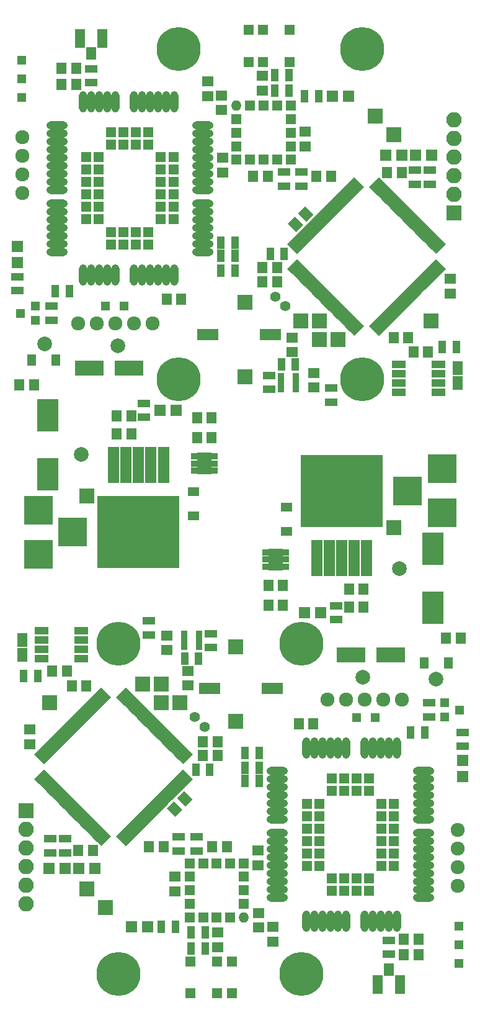
<source format=gbr>
G04 #@! TF.FileFunction,Soldermask,Top*
%FSLAX46Y46*%
G04 Gerber Fmt 4.6, Leading zero omitted, Abs format (unit mm)*
G04 Created by KiCad (PCBNEW 4.0.7-e2-6376~58~ubuntu16.04.1) date Mon Sep 25 15:39:33 2017*
%MOMM*%
%LPD*%
G01*
G04 APERTURE LIST*
%ADD10C,0.100000*%
%ADD11R,2.100000X2.100000*%
%ADD12R,1.030000X0.850000*%
%ADD13R,1.150000X1.700000*%
%ADD14R,1.700000X1.100000*%
%ADD15R,1.600000X1.600000*%
%ADD16R,1.400000X1.650000*%
%ADD17R,0.900000X0.750000*%
%ADD18R,1.250000X1.250000*%
%ADD19R,1.650000X1.400000*%
%ADD20C,2.000000*%
%ADD21R,1.100000X1.700000*%
%ADD22R,1.600000X1.300000*%
%ADD23R,1.300000X1.200000*%
%ADD24C,6.000000*%
%ADD25R,1.400000X1.400000*%
%ADD26O,1.150000X2.900000*%
%ADD27O,2.900000X1.150000*%
%ADD28R,1.500000X5.000000*%
%ADD29R,11.200000X9.800000*%
%ADD30C,1.400000*%
%ADD31O,1.400000X1.400000*%
%ADD32R,1.950000X1.000000*%
%ADD33C,1.924000*%
%ADD34R,2.840000X1.520000*%
%ADD35R,1.400000X1.924000*%
%ADD36R,1.400000X2.600000*%
%ADD37R,1.400000X1.800000*%
%ADD38R,3.900000X3.900000*%
%ADD39O,2.100000X2.100000*%
%ADD40R,1.300000X1.600000*%
%ADD41R,3.900000X2.000000*%
%ADD42R,2.900000X4.400000*%
G04 APERTURE END LIST*
D10*
D11*
X118110000Y-110744000D03*
X83820000Y-132080000D03*
X86360000Y-132080000D03*
X86360000Y-134620000D03*
X88900000Y-134620000D03*
D10*
G36*
X90065337Y-141049548D02*
X90701733Y-141685944D01*
X89358231Y-143029446D01*
X88721835Y-142393050D01*
X90065337Y-141049548D01*
X90065337Y-141049548D01*
G37*
G36*
X89499652Y-140483863D02*
X90136048Y-141120259D01*
X88792546Y-142463761D01*
X88156150Y-141827365D01*
X89499652Y-140483863D01*
X89499652Y-140483863D01*
G37*
G36*
X88933966Y-139918177D02*
X89570362Y-140554573D01*
X88226860Y-141898075D01*
X87590464Y-141261679D01*
X88933966Y-139918177D01*
X88933966Y-139918177D01*
G37*
G36*
X88368281Y-139352492D02*
X89004677Y-139988888D01*
X87661175Y-141332390D01*
X87024779Y-140695994D01*
X88368281Y-139352492D01*
X88368281Y-139352492D01*
G37*
G36*
X87802596Y-138786806D02*
X88438992Y-139423202D01*
X87095490Y-140766704D01*
X86459094Y-140130308D01*
X87802596Y-138786806D01*
X87802596Y-138786806D01*
G37*
G36*
X87236910Y-138221121D02*
X87873306Y-138857517D01*
X86529804Y-140201019D01*
X85893408Y-139564623D01*
X87236910Y-138221121D01*
X87236910Y-138221121D01*
G37*
G36*
X86671225Y-137655436D02*
X87307621Y-138291832D01*
X85964119Y-139635334D01*
X85327723Y-138998938D01*
X86671225Y-137655436D01*
X86671225Y-137655436D01*
G37*
G36*
X86105539Y-137089750D02*
X86741935Y-137726146D01*
X85398433Y-139069648D01*
X84762037Y-138433252D01*
X86105539Y-137089750D01*
X86105539Y-137089750D01*
G37*
G36*
X85539854Y-136524065D02*
X86176250Y-137160461D01*
X84832748Y-138503963D01*
X84196352Y-137867567D01*
X85539854Y-136524065D01*
X85539854Y-136524065D01*
G37*
G36*
X84974168Y-135958379D02*
X85610564Y-136594775D01*
X84267062Y-137938277D01*
X83630666Y-137301881D01*
X84974168Y-135958379D01*
X84974168Y-135958379D01*
G37*
G36*
X84408483Y-135392694D02*
X85044879Y-136029090D01*
X83701377Y-137372592D01*
X83064981Y-136736196D01*
X84408483Y-135392694D01*
X84408483Y-135392694D01*
G37*
G36*
X83842798Y-134827008D02*
X84479194Y-135463404D01*
X83135692Y-136806906D01*
X82499296Y-136170510D01*
X83842798Y-134827008D01*
X83842798Y-134827008D01*
G37*
G36*
X83277112Y-134261323D02*
X83913508Y-134897719D01*
X82570006Y-136241221D01*
X81933610Y-135604825D01*
X83277112Y-134261323D01*
X83277112Y-134261323D01*
G37*
G36*
X82711427Y-133695638D02*
X83347823Y-134332034D01*
X82004321Y-135675536D01*
X81367925Y-135039140D01*
X82711427Y-133695638D01*
X82711427Y-133695638D01*
G37*
G36*
X82145741Y-133129952D02*
X82782137Y-133766348D01*
X81438635Y-135109850D01*
X80802239Y-134473454D01*
X82145741Y-133129952D01*
X82145741Y-133129952D01*
G37*
G36*
X81580056Y-132564267D02*
X82216452Y-133200663D01*
X80872950Y-134544165D01*
X80236554Y-133907769D01*
X81580056Y-132564267D01*
X81580056Y-132564267D01*
G37*
G36*
X77549548Y-133200663D02*
X78185944Y-132564267D01*
X79529446Y-133907769D01*
X78893050Y-134544165D01*
X77549548Y-133200663D01*
X77549548Y-133200663D01*
G37*
G36*
X76983863Y-133766348D02*
X77620259Y-133129952D01*
X78963761Y-134473454D01*
X78327365Y-135109850D01*
X76983863Y-133766348D01*
X76983863Y-133766348D01*
G37*
G36*
X76418177Y-134332034D02*
X77054573Y-133695638D01*
X78398075Y-135039140D01*
X77761679Y-135675536D01*
X76418177Y-134332034D01*
X76418177Y-134332034D01*
G37*
G36*
X75852492Y-134897719D02*
X76488888Y-134261323D01*
X77832390Y-135604825D01*
X77195994Y-136241221D01*
X75852492Y-134897719D01*
X75852492Y-134897719D01*
G37*
G36*
X75286806Y-135463404D02*
X75923202Y-134827008D01*
X77266704Y-136170510D01*
X76630308Y-136806906D01*
X75286806Y-135463404D01*
X75286806Y-135463404D01*
G37*
G36*
X74721121Y-136029090D02*
X75357517Y-135392694D01*
X76701019Y-136736196D01*
X76064623Y-137372592D01*
X74721121Y-136029090D01*
X74721121Y-136029090D01*
G37*
G36*
X74155436Y-136594775D02*
X74791832Y-135958379D01*
X76135334Y-137301881D01*
X75498938Y-137938277D01*
X74155436Y-136594775D01*
X74155436Y-136594775D01*
G37*
G36*
X73589750Y-137160461D02*
X74226146Y-136524065D01*
X75569648Y-137867567D01*
X74933252Y-138503963D01*
X73589750Y-137160461D01*
X73589750Y-137160461D01*
G37*
G36*
X73024065Y-137726146D02*
X73660461Y-137089750D01*
X75003963Y-138433252D01*
X74367567Y-139069648D01*
X73024065Y-137726146D01*
X73024065Y-137726146D01*
G37*
G36*
X72458379Y-138291832D02*
X73094775Y-137655436D01*
X74438277Y-138998938D01*
X73801881Y-139635334D01*
X72458379Y-138291832D01*
X72458379Y-138291832D01*
G37*
G36*
X71892694Y-138857517D02*
X72529090Y-138221121D01*
X73872592Y-139564623D01*
X73236196Y-140201019D01*
X71892694Y-138857517D01*
X71892694Y-138857517D01*
G37*
G36*
X71327008Y-139423202D02*
X71963404Y-138786806D01*
X73306906Y-140130308D01*
X72670510Y-140766704D01*
X71327008Y-139423202D01*
X71327008Y-139423202D01*
G37*
G36*
X70761323Y-139988888D02*
X71397719Y-139352492D01*
X72741221Y-140695994D01*
X72104825Y-141332390D01*
X70761323Y-139988888D01*
X70761323Y-139988888D01*
G37*
G36*
X70195638Y-140554573D02*
X70832034Y-139918177D01*
X72175536Y-141261679D01*
X71539140Y-141898075D01*
X70195638Y-140554573D01*
X70195638Y-140554573D01*
G37*
G36*
X69629952Y-141120259D02*
X70266348Y-140483863D01*
X71609850Y-141827365D01*
X70973454Y-142463761D01*
X69629952Y-141120259D01*
X69629952Y-141120259D01*
G37*
G36*
X69064267Y-141685944D02*
X69700663Y-141049548D01*
X71044165Y-142393050D01*
X70407769Y-143029446D01*
X69064267Y-141685944D01*
X69064267Y-141685944D01*
G37*
G36*
X70407769Y-143736554D02*
X71044165Y-144372950D01*
X69700663Y-145716452D01*
X69064267Y-145080056D01*
X70407769Y-143736554D01*
X70407769Y-143736554D01*
G37*
G36*
X70973454Y-144302239D02*
X71609850Y-144938635D01*
X70266348Y-146282137D01*
X69629952Y-145645741D01*
X70973454Y-144302239D01*
X70973454Y-144302239D01*
G37*
G36*
X71539140Y-144867925D02*
X72175536Y-145504321D01*
X70832034Y-146847823D01*
X70195638Y-146211427D01*
X71539140Y-144867925D01*
X71539140Y-144867925D01*
G37*
G36*
X72104825Y-145433610D02*
X72741221Y-146070006D01*
X71397719Y-147413508D01*
X70761323Y-146777112D01*
X72104825Y-145433610D01*
X72104825Y-145433610D01*
G37*
G36*
X72670510Y-145999296D02*
X73306906Y-146635692D01*
X71963404Y-147979194D01*
X71327008Y-147342798D01*
X72670510Y-145999296D01*
X72670510Y-145999296D01*
G37*
G36*
X73236196Y-146564981D02*
X73872592Y-147201377D01*
X72529090Y-148544879D01*
X71892694Y-147908483D01*
X73236196Y-146564981D01*
X73236196Y-146564981D01*
G37*
G36*
X73801881Y-147130666D02*
X74438277Y-147767062D01*
X73094775Y-149110564D01*
X72458379Y-148474168D01*
X73801881Y-147130666D01*
X73801881Y-147130666D01*
G37*
G36*
X74367567Y-147696352D02*
X75003963Y-148332748D01*
X73660461Y-149676250D01*
X73024065Y-149039854D01*
X74367567Y-147696352D01*
X74367567Y-147696352D01*
G37*
G36*
X74933252Y-148262037D02*
X75569648Y-148898433D01*
X74226146Y-150241935D01*
X73589750Y-149605539D01*
X74933252Y-148262037D01*
X74933252Y-148262037D01*
G37*
G36*
X75498938Y-148827723D02*
X76135334Y-149464119D01*
X74791832Y-150807621D01*
X74155436Y-150171225D01*
X75498938Y-148827723D01*
X75498938Y-148827723D01*
G37*
G36*
X76064623Y-149393408D02*
X76701019Y-150029804D01*
X75357517Y-151373306D01*
X74721121Y-150736910D01*
X76064623Y-149393408D01*
X76064623Y-149393408D01*
G37*
G36*
X76630308Y-149959094D02*
X77266704Y-150595490D01*
X75923202Y-151938992D01*
X75286806Y-151302596D01*
X76630308Y-149959094D01*
X76630308Y-149959094D01*
G37*
G36*
X77195994Y-150524779D02*
X77832390Y-151161175D01*
X76488888Y-152504677D01*
X75852492Y-151868281D01*
X77195994Y-150524779D01*
X77195994Y-150524779D01*
G37*
G36*
X77761679Y-151090464D02*
X78398075Y-151726860D01*
X77054573Y-153070362D01*
X76418177Y-152433966D01*
X77761679Y-151090464D01*
X77761679Y-151090464D01*
G37*
G36*
X78327365Y-151656150D02*
X78963761Y-152292546D01*
X77620259Y-153636048D01*
X76983863Y-152999652D01*
X78327365Y-151656150D01*
X78327365Y-151656150D01*
G37*
G36*
X78893050Y-152221835D02*
X79529446Y-152858231D01*
X78185944Y-154201733D01*
X77549548Y-153565337D01*
X78893050Y-152221835D01*
X78893050Y-152221835D01*
G37*
G36*
X80236554Y-152858231D02*
X80872950Y-152221835D01*
X82216452Y-153565337D01*
X81580056Y-154201733D01*
X80236554Y-152858231D01*
X80236554Y-152858231D01*
G37*
G36*
X80802239Y-152292546D02*
X81438635Y-151656150D01*
X82782137Y-152999652D01*
X82145741Y-153636048D01*
X80802239Y-152292546D01*
X80802239Y-152292546D01*
G37*
G36*
X81367925Y-151726860D02*
X82004321Y-151090464D01*
X83347823Y-152433966D01*
X82711427Y-153070362D01*
X81367925Y-151726860D01*
X81367925Y-151726860D01*
G37*
G36*
X81933610Y-151161175D02*
X82570006Y-150524779D01*
X83913508Y-151868281D01*
X83277112Y-152504677D01*
X81933610Y-151161175D01*
X81933610Y-151161175D01*
G37*
G36*
X82499296Y-150595490D02*
X83135692Y-149959094D01*
X84479194Y-151302596D01*
X83842798Y-151938992D01*
X82499296Y-150595490D01*
X82499296Y-150595490D01*
G37*
G36*
X83064981Y-150029804D02*
X83701377Y-149393408D01*
X85044879Y-150736910D01*
X84408483Y-151373306D01*
X83064981Y-150029804D01*
X83064981Y-150029804D01*
G37*
G36*
X83630666Y-149464119D02*
X84267062Y-148827723D01*
X85610564Y-150171225D01*
X84974168Y-150807621D01*
X83630666Y-149464119D01*
X83630666Y-149464119D01*
G37*
G36*
X84196352Y-148898433D02*
X84832748Y-148262037D01*
X86176250Y-149605539D01*
X85539854Y-150241935D01*
X84196352Y-148898433D01*
X84196352Y-148898433D01*
G37*
G36*
X84762037Y-148332748D02*
X85398433Y-147696352D01*
X86741935Y-149039854D01*
X86105539Y-149676250D01*
X84762037Y-148332748D01*
X84762037Y-148332748D01*
G37*
G36*
X85327723Y-147767062D02*
X85964119Y-147130666D01*
X87307621Y-148474168D01*
X86671225Y-149110564D01*
X85327723Y-147767062D01*
X85327723Y-147767062D01*
G37*
G36*
X85893408Y-147201377D02*
X86529804Y-146564981D01*
X87873306Y-147908483D01*
X87236910Y-148544879D01*
X85893408Y-147201377D01*
X85893408Y-147201377D01*
G37*
G36*
X86459094Y-146635692D02*
X87095490Y-145999296D01*
X88438992Y-147342798D01*
X87802596Y-147979194D01*
X86459094Y-146635692D01*
X86459094Y-146635692D01*
G37*
G36*
X87024779Y-146070006D02*
X87661175Y-145433610D01*
X89004677Y-146777112D01*
X88368281Y-147413508D01*
X87024779Y-146070006D01*
X87024779Y-146070006D01*
G37*
G36*
X87590464Y-145504321D02*
X88226860Y-144867925D01*
X89570362Y-146211427D01*
X88933966Y-146847823D01*
X87590464Y-145504321D01*
X87590464Y-145504321D01*
G37*
G36*
X88156150Y-144938635D02*
X88792546Y-144302239D01*
X90136048Y-145645741D01*
X89499652Y-146282137D01*
X88156150Y-144938635D01*
X88156150Y-144938635D01*
G37*
G36*
X88721835Y-144372950D02*
X89358231Y-143736554D01*
X90701733Y-145080056D01*
X90065337Y-145716452D01*
X88721835Y-144372950D01*
X88721835Y-144372950D01*
G37*
D12*
X103360000Y-116090000D03*
X103360000Y-115140000D03*
X103360000Y-114190000D03*
X100680000Y-114190000D03*
X100680000Y-115140000D03*
X100680000Y-116090000D03*
D13*
X101645000Y-114490000D03*
X101645000Y-115790000D03*
X102395000Y-114490000D03*
X102395000Y-115790000D03*
D14*
X71247000Y-155128000D03*
X71247000Y-153228000D03*
X73279000Y-155128000D03*
X73279000Y-153228000D03*
D15*
X71036000Y-157226000D03*
X73236000Y-157226000D03*
X75100000Y-157226000D03*
X77300000Y-157226000D03*
D16*
X73491600Y-130378200D03*
X71491600Y-130378200D03*
D17*
X89539000Y-127127000D03*
X89539000Y-126477000D03*
X89539000Y-125827000D03*
X89539000Y-125177000D03*
X91589000Y-125177000D03*
X91589000Y-125827000D03*
X91589000Y-126477000D03*
X91589000Y-127127000D03*
D18*
X127000000Y-165100000D03*
D19*
X90043000Y-130318000D03*
X90043000Y-132318000D03*
D20*
X113872000Y-131158000D03*
X123872000Y-131408000D03*
X118872000Y-116408000D03*
D21*
X93025000Y-143764000D03*
X91125000Y-143764000D03*
D16*
X92091000Y-141859000D03*
X94091000Y-141859000D03*
X92091000Y-139954000D03*
X94091000Y-139954000D03*
D11*
X96520000Y-137160000D03*
X76200000Y-160020000D03*
X71120000Y-134620000D03*
X78740000Y-162560000D03*
X96520000Y-127000000D03*
D14*
X122936000Y-136586000D03*
X122936000Y-134686000D03*
D21*
X97856000Y-143510000D03*
X99756000Y-143510000D03*
X97856000Y-141478000D03*
X99756000Y-141478000D03*
X97856000Y-145288000D03*
X99756000Y-145288000D03*
D22*
X103520000Y-111290000D03*
X103520000Y-107990000D03*
D19*
X88265000Y-158385000D03*
X88265000Y-160385000D03*
X99695000Y-163338000D03*
X99695000Y-165338000D03*
X101600000Y-165243000D03*
X101600000Y-167243000D03*
D16*
X75073000Y-154813000D03*
X77073000Y-154813000D03*
D19*
X68453000Y-140319000D03*
X68453000Y-138319000D03*
D16*
X74184000Y-132334000D03*
X76184000Y-132334000D03*
D10*
G36*
X88281281Y-150248445D02*
X87114555Y-149081719D01*
X88104505Y-148091769D01*
X89271231Y-149258495D01*
X88281281Y-150248445D01*
X88281281Y-150248445D01*
G37*
G36*
X89695495Y-148834231D02*
X88528769Y-147667505D01*
X89518719Y-146677555D01*
X90685445Y-147844281D01*
X89695495Y-148834231D01*
X89695495Y-148834231D01*
G37*
D23*
X125111000Y-134686000D03*
X125111000Y-136586000D03*
X127111000Y-135636000D03*
D21*
X120462000Y-138684000D03*
X122362000Y-138684000D03*
D24*
X105520000Y-126640000D03*
X80520000Y-171640000D03*
X105520000Y-171640000D03*
X80520000Y-126640000D03*
D25*
X113064000Y-145023000D03*
X114764000Y-145023000D03*
X114764000Y-146723000D03*
X113064000Y-146723000D03*
X113064000Y-160323000D03*
X113064000Y-158623000D03*
X114764000Y-160323000D03*
X114764000Y-158623000D03*
X118164000Y-148423000D03*
X116464000Y-148423000D03*
X118164000Y-150123000D03*
X116464000Y-150123000D03*
X118164000Y-151823000D03*
X116464000Y-151823000D03*
X118164000Y-153523000D03*
X116464000Y-153523000D03*
X118164000Y-155223000D03*
X116464000Y-155223000D03*
X118164000Y-156923000D03*
D26*
X106164000Y-140873000D03*
X107264000Y-140873000D03*
X108364000Y-140873000D03*
X109464000Y-140873000D03*
X110564000Y-140873000D03*
X111664000Y-140873000D03*
X114164000Y-140873000D03*
X115264000Y-140873000D03*
X116364000Y-140873000D03*
X117464000Y-140873000D03*
X118564000Y-140873000D03*
D27*
X102264000Y-143973000D03*
X102264000Y-145073000D03*
X102264000Y-146173000D03*
X102264000Y-147273000D03*
X102264000Y-148373000D03*
X102264000Y-149473000D03*
X102264000Y-150573000D03*
X102264000Y-152473000D03*
X102264000Y-153573000D03*
X102264000Y-154673000D03*
X102264000Y-155773000D03*
X102264000Y-156873000D03*
X102264000Y-157973000D03*
X102264000Y-159073000D03*
X102264000Y-160173000D03*
X102264000Y-161273000D03*
D26*
X118564000Y-164473000D03*
X117464000Y-164473000D03*
X116364000Y-164473000D03*
X115264000Y-164473000D03*
X114164000Y-164473000D03*
X111664000Y-164473000D03*
X110564000Y-164473000D03*
X109464000Y-164473000D03*
X108364000Y-164473000D03*
X107264000Y-164473000D03*
X106164000Y-164473000D03*
D27*
X122164000Y-161273000D03*
X122164000Y-160173000D03*
X122164000Y-159073000D03*
X122164000Y-157973000D03*
X122164000Y-156873000D03*
X122164000Y-155773000D03*
X122164000Y-154673000D03*
X122164000Y-153573000D03*
X122164000Y-152473000D03*
X122164000Y-150573000D03*
X122164000Y-149473000D03*
X122164000Y-148373000D03*
X122164000Y-147273000D03*
X122164000Y-146173000D03*
X122164000Y-145073000D03*
X122164000Y-143973000D03*
D25*
X107964000Y-156923000D03*
X106264000Y-156923000D03*
X107964000Y-155223000D03*
X106264000Y-155223000D03*
X107964000Y-153523000D03*
X106264000Y-153523000D03*
X107964000Y-151823000D03*
X106264000Y-151823000D03*
X107964000Y-150123000D03*
X106264000Y-150123000D03*
X107964000Y-148423000D03*
X106264000Y-148423000D03*
X109664000Y-158623000D03*
X109664000Y-160323000D03*
X111364000Y-158623000D03*
X111364000Y-160323000D03*
X111364000Y-146723000D03*
X109664000Y-146723000D03*
X109664000Y-145023000D03*
X111364000Y-145023000D03*
X116464000Y-156923000D03*
D15*
X127520000Y-144740000D03*
X127520000Y-142540000D03*
D14*
X117475000Y-168971000D03*
X117475000Y-167071000D03*
X127520000Y-138690000D03*
X127520000Y-140590000D03*
D28*
X107620000Y-114915000D03*
X109320000Y-114915000D03*
X111020000Y-114915000D03*
X112720000Y-114915000D03*
X114420000Y-114915000D03*
D29*
X111020000Y-105765000D03*
D30*
X92329000Y-137922000D03*
X90985497Y-136578497D03*
D25*
X96012000Y-169926000D03*
X94012000Y-169926000D03*
X90412000Y-169926000D03*
X90412000Y-174326000D03*
X94012000Y-174326000D03*
X96012000Y-174326000D03*
D31*
X97663000Y-163957000D03*
D25*
X95813000Y-163957000D03*
X93963000Y-163957000D03*
X90263000Y-163957000D03*
X92113000Y-163957000D03*
X90263000Y-162107000D03*
X90263000Y-160257000D03*
X90263000Y-158407000D03*
X90263000Y-156557000D03*
X92113000Y-156557000D03*
X93963000Y-156557000D03*
X95813000Y-156557000D03*
X97663000Y-156557000D03*
X97663000Y-158407000D03*
X97663000Y-160257000D03*
X97663000Y-162107000D03*
D32*
X75471000Y-128651000D03*
X75471000Y-127381000D03*
X75471000Y-126111000D03*
X75471000Y-124841000D03*
X70071000Y-124841000D03*
X70071000Y-126111000D03*
X70071000Y-127381000D03*
X70071000Y-128651000D03*
D33*
X126860300Y-159651700D03*
X126860300Y-157111700D03*
X126860300Y-154571700D03*
X126860300Y-152031700D03*
X119240300Y-134251700D03*
X116700300Y-134251700D03*
X114160300Y-134251700D03*
X111620300Y-134251700D03*
X109080300Y-134251700D03*
D34*
X101587000Y-132715000D03*
X92977000Y-132715000D03*
D35*
X67437000Y-126111000D03*
X67437000Y-128143000D03*
D21*
X89613700Y-128625600D03*
X91513700Y-128625600D03*
D14*
X84709000Y-123510000D03*
X84709000Y-125410000D03*
X93192600Y-125249900D03*
X93192600Y-127149900D03*
X110270000Y-121440000D03*
X110270000Y-123340000D03*
D21*
X67630000Y-131038600D03*
X69530000Y-131038600D03*
X88326000Y-165227000D03*
X86426000Y-165227000D03*
D36*
X118975000Y-173101000D03*
D37*
X117475000Y-171101000D03*
D36*
X115975000Y-173101000D03*
D21*
X90490000Y-165989000D03*
X92390000Y-165989000D03*
X90490000Y-168148000D03*
X92390000Y-168148000D03*
D14*
X88773000Y-154874000D03*
X88773000Y-152974000D03*
X91186000Y-154874000D03*
X91186000Y-152974000D03*
D38*
X124720000Y-108780000D03*
X124720000Y-102780000D03*
X120020000Y-105780000D03*
D11*
X67945000Y-149352000D03*
D39*
X67945000Y-151892000D03*
X67945000Y-154432000D03*
X67945000Y-156972000D03*
X67945000Y-159512000D03*
X67945000Y-162052000D03*
D18*
X113030000Y-136652000D03*
X115570000Y-136652000D03*
X127000000Y-167640000D03*
X127000000Y-170180000D03*
D15*
X108120000Y-122390000D03*
X105920000Y-122390000D03*
X84539000Y-165227000D03*
X82339000Y-165227000D03*
D40*
X122320000Y-129240000D03*
X125620000Y-129240000D03*
D19*
X94107000Y-168005000D03*
X94107000Y-166005000D03*
D16*
X114020000Y-119140000D03*
X112020000Y-119140000D03*
X114020000Y-121640000D03*
X112020000Y-121640000D03*
X101020000Y-118640000D03*
X103020000Y-118640000D03*
X101020000Y-121390000D03*
X103020000Y-121390000D03*
D19*
X87122000Y-125492000D03*
X87122000Y-127492000D03*
D41*
X112320000Y-128140000D03*
X117720000Y-128140000D03*
D16*
X86725000Y-154305000D03*
X84725000Y-154305000D03*
X93361000Y-154305000D03*
X95361000Y-154305000D03*
X127270000Y-125890000D03*
X125270000Y-125890000D03*
D19*
X99568000Y-156829000D03*
X99568000Y-154829000D03*
D16*
X121523000Y-169037000D03*
X119523000Y-169037000D03*
X121523000Y-166878000D03*
X119523000Y-166878000D03*
X107172000Y-137541000D03*
X105172000Y-137541000D03*
D42*
X123450000Y-113670000D03*
X123450000Y-121670000D03*
X70860000Y-103500000D03*
X70860000Y-95500000D03*
D16*
X87138000Y-79629000D03*
X89138000Y-79629000D03*
X72787000Y-50292000D03*
X74787000Y-50292000D03*
X72787000Y-48133000D03*
X74787000Y-48133000D03*
D19*
X94742000Y-60341000D03*
X94742000Y-62341000D03*
D16*
X67040000Y-91280000D03*
X69040000Y-91280000D03*
X100949000Y-62865000D03*
X98949000Y-62865000D03*
X107585000Y-62865000D03*
X109585000Y-62865000D03*
D41*
X81990000Y-89030000D03*
X76590000Y-89030000D03*
D19*
X107188000Y-91678000D03*
X107188000Y-89678000D03*
D16*
X93290000Y-95780000D03*
X91290000Y-95780000D03*
X93290000Y-98530000D03*
X91290000Y-98530000D03*
X80290000Y-95530000D03*
X82290000Y-95530000D03*
X80290000Y-98030000D03*
X82290000Y-98030000D03*
D19*
X100203000Y-49165000D03*
X100203000Y-51165000D03*
D40*
X71990000Y-87930000D03*
X68690000Y-87930000D03*
D15*
X109771000Y-51943000D03*
X111971000Y-51943000D03*
X86190000Y-94780000D03*
X88390000Y-94780000D03*
D18*
X67310000Y-46990000D03*
X67310000Y-49530000D03*
X78740000Y-80518000D03*
X81280000Y-80518000D03*
D11*
X126365000Y-67818000D03*
D39*
X126365000Y-65278000D03*
X126365000Y-62738000D03*
X126365000Y-60198000D03*
X126365000Y-57658000D03*
X126365000Y-55118000D03*
D38*
X69590000Y-108390000D03*
X69590000Y-114390000D03*
X74290000Y-111390000D03*
D14*
X103124000Y-62296000D03*
X103124000Y-64196000D03*
X105537000Y-62296000D03*
X105537000Y-64196000D03*
D21*
X103820000Y-49022000D03*
X101920000Y-49022000D03*
X103820000Y-51181000D03*
X101920000Y-51181000D03*
D36*
X75335000Y-44069000D03*
D37*
X76835000Y-46069000D03*
D36*
X78335000Y-44069000D03*
D21*
X105984000Y-51943000D03*
X107884000Y-51943000D03*
X126680000Y-86131400D03*
X124780000Y-86131400D03*
D14*
X84040000Y-95730000D03*
X84040000Y-93830000D03*
X101117400Y-91920100D03*
X101117400Y-90020100D03*
X109601000Y-93660000D03*
X109601000Y-91760000D03*
D21*
X104696300Y-88544400D03*
X102796300Y-88544400D03*
D35*
X126873000Y-91059000D03*
X126873000Y-89027000D03*
D34*
X92723000Y-84455000D03*
X101333000Y-84455000D03*
D33*
X67449700Y-57518300D03*
X67449700Y-60058300D03*
X67449700Y-62598300D03*
X67449700Y-65138300D03*
X75069700Y-82918300D03*
X77609700Y-82918300D03*
X80149700Y-82918300D03*
X82689700Y-82918300D03*
X85229700Y-82918300D03*
D32*
X118839000Y-88519000D03*
X118839000Y-89789000D03*
X118839000Y-91059000D03*
X118839000Y-92329000D03*
X124239000Y-92329000D03*
X124239000Y-91059000D03*
X124239000Y-89789000D03*
X124239000Y-88519000D03*
D31*
X96647000Y-53213000D03*
D25*
X98497000Y-53213000D03*
X100347000Y-53213000D03*
X104047000Y-53213000D03*
X102197000Y-53213000D03*
X104047000Y-55063000D03*
X104047000Y-56913000D03*
X104047000Y-58763000D03*
X104047000Y-60613000D03*
X102197000Y-60613000D03*
X100347000Y-60613000D03*
X98497000Y-60613000D03*
X96647000Y-60613000D03*
X96647000Y-58763000D03*
X96647000Y-56913000D03*
X96647000Y-55063000D03*
X98298000Y-47244000D03*
X100298000Y-47244000D03*
X103898000Y-47244000D03*
X103898000Y-42844000D03*
X100298000Y-42844000D03*
X98298000Y-42844000D03*
D30*
X101981000Y-79248000D03*
X103324503Y-80591503D03*
D28*
X86690000Y-102255000D03*
X84990000Y-102255000D03*
X83290000Y-102255000D03*
X81590000Y-102255000D03*
X79890000Y-102255000D03*
D29*
X83290000Y-111405000D03*
D14*
X66790000Y-78480000D03*
X66790000Y-76580000D03*
X76835000Y-48199000D03*
X76835000Y-50099000D03*
D15*
X66790000Y-72430000D03*
X66790000Y-74630000D03*
D25*
X81246000Y-72147000D03*
X79546000Y-72147000D03*
X79546000Y-70447000D03*
X81246000Y-70447000D03*
X81246000Y-56847000D03*
X81246000Y-58547000D03*
X79546000Y-56847000D03*
X79546000Y-58547000D03*
X76146000Y-68747000D03*
X77846000Y-68747000D03*
X76146000Y-67047000D03*
X77846000Y-67047000D03*
X76146000Y-65347000D03*
X77846000Y-65347000D03*
X76146000Y-63647000D03*
X77846000Y-63647000D03*
X76146000Y-61947000D03*
X77846000Y-61947000D03*
X76146000Y-60247000D03*
D26*
X88146000Y-76297000D03*
X87046000Y-76297000D03*
X85946000Y-76297000D03*
X84846000Y-76297000D03*
X83746000Y-76297000D03*
X82646000Y-76297000D03*
X80146000Y-76297000D03*
X79046000Y-76297000D03*
X77946000Y-76297000D03*
X76846000Y-76297000D03*
X75746000Y-76297000D03*
D27*
X92046000Y-73197000D03*
X92046000Y-72097000D03*
X92046000Y-70997000D03*
X92046000Y-69897000D03*
X92046000Y-68797000D03*
X92046000Y-67697000D03*
X92046000Y-66597000D03*
X92046000Y-64697000D03*
X92046000Y-63597000D03*
X92046000Y-62497000D03*
X92046000Y-61397000D03*
X92046000Y-60297000D03*
X92046000Y-59197000D03*
X92046000Y-58097000D03*
X92046000Y-56997000D03*
X92046000Y-55897000D03*
D26*
X75746000Y-52697000D03*
X76846000Y-52697000D03*
X77946000Y-52697000D03*
X79046000Y-52697000D03*
X80146000Y-52697000D03*
X82646000Y-52697000D03*
X83746000Y-52697000D03*
X84846000Y-52697000D03*
X85946000Y-52697000D03*
X87046000Y-52697000D03*
X88146000Y-52697000D03*
D27*
X72146000Y-55897000D03*
X72146000Y-56997000D03*
X72146000Y-58097000D03*
X72146000Y-59197000D03*
X72146000Y-60297000D03*
X72146000Y-61397000D03*
X72146000Y-62497000D03*
X72146000Y-63597000D03*
X72146000Y-64697000D03*
X72146000Y-66597000D03*
X72146000Y-67697000D03*
X72146000Y-68797000D03*
X72146000Y-69897000D03*
X72146000Y-70997000D03*
X72146000Y-72097000D03*
X72146000Y-73197000D03*
D25*
X86346000Y-60247000D03*
X88046000Y-60247000D03*
X86346000Y-61947000D03*
X88046000Y-61947000D03*
X86346000Y-63647000D03*
X88046000Y-63647000D03*
X86346000Y-65347000D03*
X88046000Y-65347000D03*
X86346000Y-67047000D03*
X88046000Y-67047000D03*
X86346000Y-68747000D03*
X88046000Y-68747000D03*
X84646000Y-58547000D03*
X84646000Y-56847000D03*
X82946000Y-58547000D03*
X82946000Y-56847000D03*
X82946000Y-70447000D03*
X84646000Y-70447000D03*
X84646000Y-72147000D03*
X82946000Y-72147000D03*
X77846000Y-60247000D03*
D24*
X113790000Y-90530000D03*
X88790000Y-45530000D03*
X113790000Y-45530000D03*
X88790000Y-90530000D03*
D21*
X73848000Y-78486000D03*
X71948000Y-78486000D03*
D23*
X69199000Y-82484000D03*
X69199000Y-80584000D03*
X67199000Y-81534000D03*
D10*
G36*
X106028719Y-66921555D02*
X107195445Y-68088281D01*
X106205495Y-69078231D01*
X105038769Y-67911505D01*
X106028719Y-66921555D01*
X106028719Y-66921555D01*
G37*
G36*
X104614505Y-68335769D02*
X105781231Y-69502495D01*
X104791281Y-70492445D01*
X103624555Y-69325719D01*
X104614505Y-68335769D01*
X104614505Y-68335769D01*
G37*
D16*
X120126000Y-84836000D03*
X118126000Y-84836000D03*
D19*
X125857000Y-76851000D03*
X125857000Y-78851000D03*
D16*
X119237000Y-62357000D03*
X117237000Y-62357000D03*
D19*
X92710000Y-51927000D03*
X92710000Y-49927000D03*
X94615000Y-53832000D03*
X94615000Y-51832000D03*
X106045000Y-58785000D03*
X106045000Y-56785000D03*
D22*
X90790000Y-105880000D03*
X90790000Y-109180000D03*
D21*
X96454000Y-71882000D03*
X94554000Y-71882000D03*
X96454000Y-75692000D03*
X94554000Y-75692000D03*
X96454000Y-73660000D03*
X94554000Y-73660000D03*
D14*
X71374000Y-80584000D03*
X71374000Y-82484000D03*
D11*
X97790000Y-90170000D03*
X115570000Y-54610000D03*
X123190000Y-82550000D03*
X118110000Y-57150000D03*
X97790000Y-80010000D03*
D16*
X102219000Y-77216000D03*
X100219000Y-77216000D03*
X102219000Y-75311000D03*
X100219000Y-75311000D03*
D21*
X101285000Y-73406000D03*
X103185000Y-73406000D03*
D20*
X80438000Y-86012000D03*
X70438000Y-85762000D03*
X75438000Y-100762000D03*
D19*
X104267000Y-86852000D03*
X104267000Y-84852000D03*
D18*
X67310000Y-52070000D03*
D17*
X104771000Y-90043000D03*
X104771000Y-90693000D03*
X104771000Y-91343000D03*
X104771000Y-91993000D03*
X102721000Y-91993000D03*
X102721000Y-91343000D03*
X102721000Y-90693000D03*
X102721000Y-90043000D03*
D16*
X120818400Y-86791800D03*
X122818400Y-86791800D03*
D15*
X119210000Y-59944000D03*
X117010000Y-59944000D03*
X123274000Y-59944000D03*
X121074000Y-59944000D03*
D14*
X121031000Y-62042000D03*
X121031000Y-63942000D03*
X123063000Y-62042000D03*
X123063000Y-63942000D03*
D12*
X90950000Y-101080000D03*
X90950000Y-102030000D03*
X90950000Y-102980000D03*
X93630000Y-102980000D03*
X93630000Y-102030000D03*
X93630000Y-101080000D03*
D13*
X92665000Y-102680000D03*
X92665000Y-101380000D03*
X91915000Y-102680000D03*
X91915000Y-101380000D03*
D10*
G36*
X104244663Y-76120452D02*
X103608267Y-75484056D01*
X104951769Y-74140554D01*
X105588165Y-74776950D01*
X104244663Y-76120452D01*
X104244663Y-76120452D01*
G37*
G36*
X104810348Y-76686137D02*
X104173952Y-76049741D01*
X105517454Y-74706239D01*
X106153850Y-75342635D01*
X104810348Y-76686137D01*
X104810348Y-76686137D01*
G37*
G36*
X105376034Y-77251823D02*
X104739638Y-76615427D01*
X106083140Y-75271925D01*
X106719536Y-75908321D01*
X105376034Y-77251823D01*
X105376034Y-77251823D01*
G37*
G36*
X105941719Y-77817508D02*
X105305323Y-77181112D01*
X106648825Y-75837610D01*
X107285221Y-76474006D01*
X105941719Y-77817508D01*
X105941719Y-77817508D01*
G37*
G36*
X106507404Y-78383194D02*
X105871008Y-77746798D01*
X107214510Y-76403296D01*
X107850906Y-77039692D01*
X106507404Y-78383194D01*
X106507404Y-78383194D01*
G37*
G36*
X107073090Y-78948879D02*
X106436694Y-78312483D01*
X107780196Y-76968981D01*
X108416592Y-77605377D01*
X107073090Y-78948879D01*
X107073090Y-78948879D01*
G37*
G36*
X107638775Y-79514564D02*
X107002379Y-78878168D01*
X108345881Y-77534666D01*
X108982277Y-78171062D01*
X107638775Y-79514564D01*
X107638775Y-79514564D01*
G37*
G36*
X108204461Y-80080250D02*
X107568065Y-79443854D01*
X108911567Y-78100352D01*
X109547963Y-78736748D01*
X108204461Y-80080250D01*
X108204461Y-80080250D01*
G37*
G36*
X108770146Y-80645935D02*
X108133750Y-80009539D01*
X109477252Y-78666037D01*
X110113648Y-79302433D01*
X108770146Y-80645935D01*
X108770146Y-80645935D01*
G37*
G36*
X109335832Y-81211621D02*
X108699436Y-80575225D01*
X110042938Y-79231723D01*
X110679334Y-79868119D01*
X109335832Y-81211621D01*
X109335832Y-81211621D01*
G37*
G36*
X109901517Y-81777306D02*
X109265121Y-81140910D01*
X110608623Y-79797408D01*
X111245019Y-80433804D01*
X109901517Y-81777306D01*
X109901517Y-81777306D01*
G37*
G36*
X110467202Y-82342992D02*
X109830806Y-81706596D01*
X111174308Y-80363094D01*
X111810704Y-80999490D01*
X110467202Y-82342992D01*
X110467202Y-82342992D01*
G37*
G36*
X111032888Y-82908677D02*
X110396492Y-82272281D01*
X111739994Y-80928779D01*
X112376390Y-81565175D01*
X111032888Y-82908677D01*
X111032888Y-82908677D01*
G37*
G36*
X111598573Y-83474362D02*
X110962177Y-82837966D01*
X112305679Y-81494464D01*
X112942075Y-82130860D01*
X111598573Y-83474362D01*
X111598573Y-83474362D01*
G37*
G36*
X112164259Y-84040048D02*
X111527863Y-83403652D01*
X112871365Y-82060150D01*
X113507761Y-82696546D01*
X112164259Y-84040048D01*
X112164259Y-84040048D01*
G37*
G36*
X112729944Y-84605733D02*
X112093548Y-83969337D01*
X113437050Y-82625835D01*
X114073446Y-83262231D01*
X112729944Y-84605733D01*
X112729944Y-84605733D01*
G37*
G36*
X116760452Y-83969337D02*
X116124056Y-84605733D01*
X114780554Y-83262231D01*
X115416950Y-82625835D01*
X116760452Y-83969337D01*
X116760452Y-83969337D01*
G37*
G36*
X117326137Y-83403652D02*
X116689741Y-84040048D01*
X115346239Y-82696546D01*
X115982635Y-82060150D01*
X117326137Y-83403652D01*
X117326137Y-83403652D01*
G37*
G36*
X117891823Y-82837966D02*
X117255427Y-83474362D01*
X115911925Y-82130860D01*
X116548321Y-81494464D01*
X117891823Y-82837966D01*
X117891823Y-82837966D01*
G37*
G36*
X118457508Y-82272281D02*
X117821112Y-82908677D01*
X116477610Y-81565175D01*
X117114006Y-80928779D01*
X118457508Y-82272281D01*
X118457508Y-82272281D01*
G37*
G36*
X119023194Y-81706596D02*
X118386798Y-82342992D01*
X117043296Y-80999490D01*
X117679692Y-80363094D01*
X119023194Y-81706596D01*
X119023194Y-81706596D01*
G37*
G36*
X119588879Y-81140910D02*
X118952483Y-81777306D01*
X117608981Y-80433804D01*
X118245377Y-79797408D01*
X119588879Y-81140910D01*
X119588879Y-81140910D01*
G37*
G36*
X120154564Y-80575225D02*
X119518168Y-81211621D01*
X118174666Y-79868119D01*
X118811062Y-79231723D01*
X120154564Y-80575225D01*
X120154564Y-80575225D01*
G37*
G36*
X120720250Y-80009539D02*
X120083854Y-80645935D01*
X118740352Y-79302433D01*
X119376748Y-78666037D01*
X120720250Y-80009539D01*
X120720250Y-80009539D01*
G37*
G36*
X121285935Y-79443854D02*
X120649539Y-80080250D01*
X119306037Y-78736748D01*
X119942433Y-78100352D01*
X121285935Y-79443854D01*
X121285935Y-79443854D01*
G37*
G36*
X121851621Y-78878168D02*
X121215225Y-79514564D01*
X119871723Y-78171062D01*
X120508119Y-77534666D01*
X121851621Y-78878168D01*
X121851621Y-78878168D01*
G37*
G36*
X122417306Y-78312483D02*
X121780910Y-78948879D01*
X120437408Y-77605377D01*
X121073804Y-76968981D01*
X122417306Y-78312483D01*
X122417306Y-78312483D01*
G37*
G36*
X122982992Y-77746798D02*
X122346596Y-78383194D01*
X121003094Y-77039692D01*
X121639490Y-76403296D01*
X122982992Y-77746798D01*
X122982992Y-77746798D01*
G37*
G36*
X123548677Y-77181112D02*
X122912281Y-77817508D01*
X121568779Y-76474006D01*
X122205175Y-75837610D01*
X123548677Y-77181112D01*
X123548677Y-77181112D01*
G37*
G36*
X124114362Y-76615427D02*
X123477966Y-77251823D01*
X122134464Y-75908321D01*
X122770860Y-75271925D01*
X124114362Y-76615427D01*
X124114362Y-76615427D01*
G37*
G36*
X124680048Y-76049741D02*
X124043652Y-76686137D01*
X122700150Y-75342635D01*
X123336546Y-74706239D01*
X124680048Y-76049741D01*
X124680048Y-76049741D01*
G37*
G36*
X125245733Y-75484056D02*
X124609337Y-76120452D01*
X123265835Y-74776950D01*
X123902231Y-74140554D01*
X125245733Y-75484056D01*
X125245733Y-75484056D01*
G37*
G36*
X123902231Y-73433446D02*
X123265835Y-72797050D01*
X124609337Y-71453548D01*
X125245733Y-72089944D01*
X123902231Y-73433446D01*
X123902231Y-73433446D01*
G37*
G36*
X123336546Y-72867761D02*
X122700150Y-72231365D01*
X124043652Y-70887863D01*
X124680048Y-71524259D01*
X123336546Y-72867761D01*
X123336546Y-72867761D01*
G37*
G36*
X122770860Y-72302075D02*
X122134464Y-71665679D01*
X123477966Y-70322177D01*
X124114362Y-70958573D01*
X122770860Y-72302075D01*
X122770860Y-72302075D01*
G37*
G36*
X122205175Y-71736390D02*
X121568779Y-71099994D01*
X122912281Y-69756492D01*
X123548677Y-70392888D01*
X122205175Y-71736390D01*
X122205175Y-71736390D01*
G37*
G36*
X121639490Y-71170704D02*
X121003094Y-70534308D01*
X122346596Y-69190806D01*
X122982992Y-69827202D01*
X121639490Y-71170704D01*
X121639490Y-71170704D01*
G37*
G36*
X121073804Y-70605019D02*
X120437408Y-69968623D01*
X121780910Y-68625121D01*
X122417306Y-69261517D01*
X121073804Y-70605019D01*
X121073804Y-70605019D01*
G37*
G36*
X120508119Y-70039334D02*
X119871723Y-69402938D01*
X121215225Y-68059436D01*
X121851621Y-68695832D01*
X120508119Y-70039334D01*
X120508119Y-70039334D01*
G37*
G36*
X119942433Y-69473648D02*
X119306037Y-68837252D01*
X120649539Y-67493750D01*
X121285935Y-68130146D01*
X119942433Y-69473648D01*
X119942433Y-69473648D01*
G37*
G36*
X119376748Y-68907963D02*
X118740352Y-68271567D01*
X120083854Y-66928065D01*
X120720250Y-67564461D01*
X119376748Y-68907963D01*
X119376748Y-68907963D01*
G37*
G36*
X118811062Y-68342277D02*
X118174666Y-67705881D01*
X119518168Y-66362379D01*
X120154564Y-66998775D01*
X118811062Y-68342277D01*
X118811062Y-68342277D01*
G37*
G36*
X118245377Y-67776592D02*
X117608981Y-67140196D01*
X118952483Y-65796694D01*
X119588879Y-66433090D01*
X118245377Y-67776592D01*
X118245377Y-67776592D01*
G37*
G36*
X117679692Y-67210906D02*
X117043296Y-66574510D01*
X118386798Y-65231008D01*
X119023194Y-65867404D01*
X117679692Y-67210906D01*
X117679692Y-67210906D01*
G37*
G36*
X117114006Y-66645221D02*
X116477610Y-66008825D01*
X117821112Y-64665323D01*
X118457508Y-65301719D01*
X117114006Y-66645221D01*
X117114006Y-66645221D01*
G37*
G36*
X116548321Y-66079536D02*
X115911925Y-65443140D01*
X117255427Y-64099638D01*
X117891823Y-64736034D01*
X116548321Y-66079536D01*
X116548321Y-66079536D01*
G37*
G36*
X115982635Y-65513850D02*
X115346239Y-64877454D01*
X116689741Y-63533952D01*
X117326137Y-64170348D01*
X115982635Y-65513850D01*
X115982635Y-65513850D01*
G37*
G36*
X115416950Y-64948165D02*
X114780554Y-64311769D01*
X116124056Y-62968267D01*
X116760452Y-63604663D01*
X115416950Y-64948165D01*
X115416950Y-64948165D01*
G37*
G36*
X114073446Y-64311769D02*
X113437050Y-64948165D01*
X112093548Y-63604663D01*
X112729944Y-62968267D01*
X114073446Y-64311769D01*
X114073446Y-64311769D01*
G37*
G36*
X113507761Y-64877454D02*
X112871365Y-65513850D01*
X111527863Y-64170348D01*
X112164259Y-63533952D01*
X113507761Y-64877454D01*
X113507761Y-64877454D01*
G37*
G36*
X112942075Y-65443140D02*
X112305679Y-66079536D01*
X110962177Y-64736034D01*
X111598573Y-64099638D01*
X112942075Y-65443140D01*
X112942075Y-65443140D01*
G37*
G36*
X112376390Y-66008825D02*
X111739994Y-66645221D01*
X110396492Y-65301719D01*
X111032888Y-64665323D01*
X112376390Y-66008825D01*
X112376390Y-66008825D01*
G37*
G36*
X111810704Y-66574510D02*
X111174308Y-67210906D01*
X109830806Y-65867404D01*
X110467202Y-65231008D01*
X111810704Y-66574510D01*
X111810704Y-66574510D01*
G37*
G36*
X111245019Y-67140196D02*
X110608623Y-67776592D01*
X109265121Y-66433090D01*
X109901517Y-65796694D01*
X111245019Y-67140196D01*
X111245019Y-67140196D01*
G37*
G36*
X110679334Y-67705881D02*
X110042938Y-68342277D01*
X108699436Y-66998775D01*
X109335832Y-66362379D01*
X110679334Y-67705881D01*
X110679334Y-67705881D01*
G37*
G36*
X110113648Y-68271567D02*
X109477252Y-68907963D01*
X108133750Y-67564461D01*
X108770146Y-66928065D01*
X110113648Y-68271567D01*
X110113648Y-68271567D01*
G37*
G36*
X109547963Y-68837252D02*
X108911567Y-69473648D01*
X107568065Y-68130146D01*
X108204461Y-67493750D01*
X109547963Y-68837252D01*
X109547963Y-68837252D01*
G37*
G36*
X108982277Y-69402938D02*
X108345881Y-70039334D01*
X107002379Y-68695832D01*
X107638775Y-68059436D01*
X108982277Y-69402938D01*
X108982277Y-69402938D01*
G37*
G36*
X108416592Y-69968623D02*
X107780196Y-70605019D01*
X106436694Y-69261517D01*
X107073090Y-68625121D01*
X108416592Y-69968623D01*
X108416592Y-69968623D01*
G37*
G36*
X107850906Y-70534308D02*
X107214510Y-71170704D01*
X105871008Y-69827202D01*
X106507404Y-69190806D01*
X107850906Y-70534308D01*
X107850906Y-70534308D01*
G37*
G36*
X107285221Y-71099994D02*
X106648825Y-71736390D01*
X105305323Y-70392888D01*
X105941719Y-69756492D01*
X107285221Y-71099994D01*
X107285221Y-71099994D01*
G37*
G36*
X106719536Y-71665679D02*
X106083140Y-72302075D01*
X104739638Y-70958573D01*
X105376034Y-70322177D01*
X106719536Y-71665679D01*
X106719536Y-71665679D01*
G37*
G36*
X106153850Y-72231365D02*
X105517454Y-72867761D01*
X104173952Y-71524259D01*
X104810348Y-70887863D01*
X106153850Y-72231365D01*
X106153850Y-72231365D01*
G37*
G36*
X105588165Y-72797050D02*
X104951769Y-73433446D01*
X103608267Y-72089944D01*
X104244663Y-71453548D01*
X105588165Y-72797050D01*
X105588165Y-72797050D01*
G37*
D11*
X105410000Y-82550000D03*
X107950000Y-82550000D03*
X107950000Y-85090000D03*
X110490000Y-85090000D03*
X76200000Y-106426000D03*
M02*

</source>
